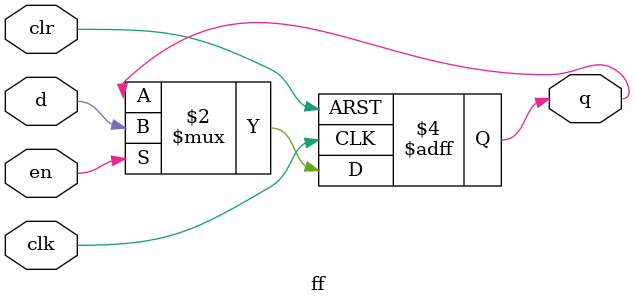
<source format=v>
`timescale 1ns / 1ps
module ff(
		input d,clk,clr,en,
		output reg q
    );
	 
	 always@(posedge clk, posedge clr)
		if(clr)
			q <= 0;
		else if(en)
			q <= d;

endmodule

</source>
